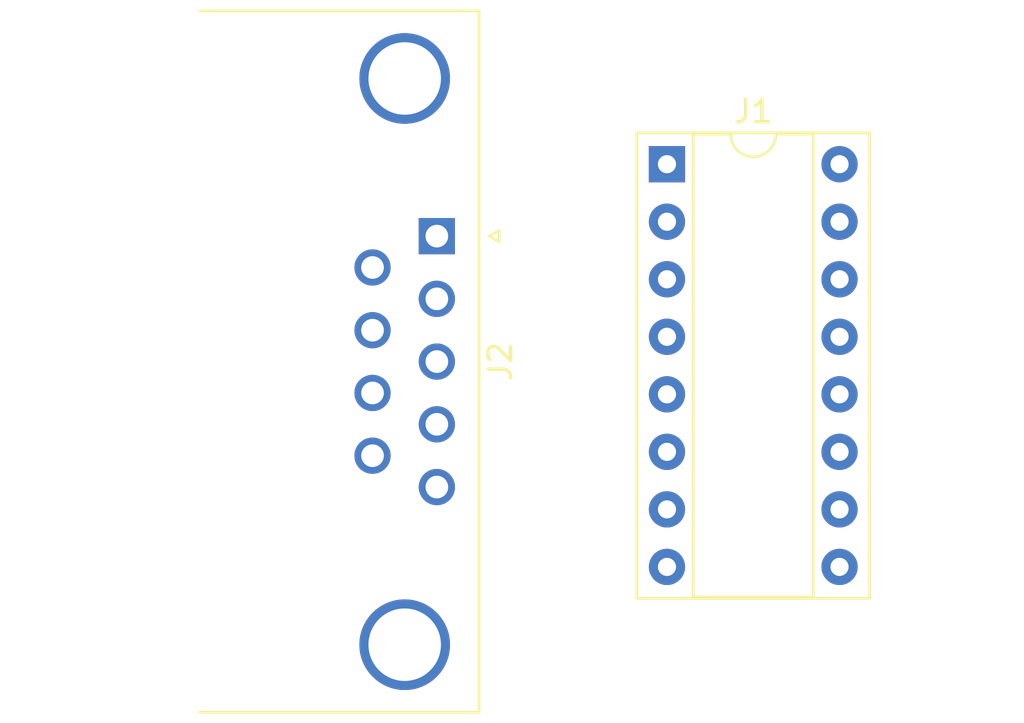
<source format=kicad_pcb>
(kicad_pcb (version 4) (host pcbnew 4.0.7)

  (general
    (links 10)
    (no_connects 10)
    (area 0 0 0 0)
    (thickness 1.6)
    (drawings 0)
    (tracks 0)
    (zones 0)
    (modules 2)
    (nets 11)
  )

  (page USLetter)
  (title_block
    (title "16-pin to 9-pin joystick adapter for Apple II")
    (date 2018-09-05)
    (rev 1.0)
    (company "Patrick Pelletier")
  )

  (layers
    (0 F.Cu signal)
    (31 B.Cu signal)
    (32 B.Adhes user)
    (33 F.Adhes user)
    (34 B.Paste user)
    (35 F.Paste user)
    (36 B.SilkS user)
    (37 F.SilkS user)
    (38 B.Mask user)
    (39 F.Mask user)
    (40 Dwgs.User user)
    (41 Cmts.User user)
    (42 Eco1.User user)
    (43 Eco2.User user)
    (44 Edge.Cuts user)
    (45 Margin user)
    (46 B.CrtYd user)
    (47 F.CrtYd user)
    (48 B.Fab user)
    (49 F.Fab user)
  )

  (setup
    (last_trace_width 0.25)
    (user_trace_width 0.4)
    (trace_clearance 0.2)
    (zone_clearance 0.508)
    (zone_45_only no)
    (trace_min 0.2)
    (segment_width 0.2)
    (edge_width 0.15)
    (via_size 0.6)
    (via_drill 0.4)
    (via_min_size 0.4)
    (via_min_drill 0.3)
    (uvia_size 0.3)
    (uvia_drill 0.1)
    (uvias_allowed no)
    (uvia_min_size 0.2)
    (uvia_min_drill 0.1)
    (pcb_text_width 0.3)
    (pcb_text_size 1.5 1.5)
    (mod_edge_width 0.15)
    (mod_text_size 1 1)
    (mod_text_width 0.15)
    (pad_size 1.524 1.524)
    (pad_drill 0.762)
    (pad_to_mask_clearance 0)
    (aux_axis_origin 0 0)
    (visible_elements FFFFFF7F)
    (pcbplotparams
      (layerselection 0x00030_80000001)
      (usegerberextensions false)
      (excludeedgelayer true)
      (linewidth 0.100000)
      (plotframeref false)
      (viasonmask false)
      (mode 1)
      (useauxorigin false)
      (hpglpennumber 1)
      (hpglpenspeed 20)
      (hpglpendiameter 15)
      (hpglpenoverlay 2)
      (psnegative false)
      (psa4output false)
      (plotreference true)
      (plotvalue true)
      (plotinvisibletext false)
      (padsonsilk false)
      (subtractmaskfromsilk false)
      (outputformat 1)
      (mirror false)
      (drillshape 1)
      (scaleselection 1)
      (outputdirectory ""))
  )

  (net 0 "")
  (net 1 +5V)
  (net 2 /PB0)
  (net 3 /PDL1)
  (net 4 /PB1)
  (net 5 /PDL3)
  (net 6 /PB2)
  (net 7 /PDL0)
  (net 8 /PDL2)
  (net 9 GND)
  (net 10 "Net-(J2-Pad0)")

  (net_class Default "This is the default net class."
    (clearance 0.2)
    (trace_width 0.25)
    (via_dia 0.6)
    (via_drill 0.4)
    (uvia_dia 0.3)
    (uvia_drill 0.1)
    (add_net +5V)
    (add_net /PB0)
    (add_net /PB1)
    (add_net /PB2)
    (add_net /PDL0)
    (add_net /PDL1)
    (add_net /PDL2)
    (add_net /PDL3)
    (add_net GND)
    (add_net "Net-(J2-Pad0)")
  )

  (module Housings_DIP:DIP-16_W7.62mm_Socket (layer F.Cu) (tedit 59C78D6B) (tstamp 5B90602D)
    (at 149.86 104.775)
    (descr "16-lead though-hole mounted DIP package, row spacing 7.62 mm (300 mils), Socket")
    (tags "THT DIP DIL PDIP 2.54mm 7.62mm 300mil Socket")
    (path /5B90257F)
    (fp_text reference J1 (at 3.81 -2.33) (layer F.SilkS)
      (effects (font (size 1 1) (thickness 0.15)))
    )
    (fp_text value Conn_02x08_Counter_Clockwise (at 3.81 20.11) (layer F.Fab)
      (effects (font (size 1 1) (thickness 0.15)))
    )
    (fp_arc (start 3.81 -1.33) (end 2.81 -1.33) (angle -180) (layer F.SilkS) (width 0.12))
    (fp_line (start 1.635 -1.27) (end 6.985 -1.27) (layer F.Fab) (width 0.1))
    (fp_line (start 6.985 -1.27) (end 6.985 19.05) (layer F.Fab) (width 0.1))
    (fp_line (start 6.985 19.05) (end 0.635 19.05) (layer F.Fab) (width 0.1))
    (fp_line (start 0.635 19.05) (end 0.635 -0.27) (layer F.Fab) (width 0.1))
    (fp_line (start 0.635 -0.27) (end 1.635 -1.27) (layer F.Fab) (width 0.1))
    (fp_line (start -1.27 -1.33) (end -1.27 19.11) (layer F.Fab) (width 0.1))
    (fp_line (start -1.27 19.11) (end 8.89 19.11) (layer F.Fab) (width 0.1))
    (fp_line (start 8.89 19.11) (end 8.89 -1.33) (layer F.Fab) (width 0.1))
    (fp_line (start 8.89 -1.33) (end -1.27 -1.33) (layer F.Fab) (width 0.1))
    (fp_line (start 2.81 -1.33) (end 1.16 -1.33) (layer F.SilkS) (width 0.12))
    (fp_line (start 1.16 -1.33) (end 1.16 19.11) (layer F.SilkS) (width 0.12))
    (fp_line (start 1.16 19.11) (end 6.46 19.11) (layer F.SilkS) (width 0.12))
    (fp_line (start 6.46 19.11) (end 6.46 -1.33) (layer F.SilkS) (width 0.12))
    (fp_line (start 6.46 -1.33) (end 4.81 -1.33) (layer F.SilkS) (width 0.12))
    (fp_line (start -1.33 -1.39) (end -1.33 19.17) (layer F.SilkS) (width 0.12))
    (fp_line (start -1.33 19.17) (end 8.95 19.17) (layer F.SilkS) (width 0.12))
    (fp_line (start 8.95 19.17) (end 8.95 -1.39) (layer F.SilkS) (width 0.12))
    (fp_line (start 8.95 -1.39) (end -1.33 -1.39) (layer F.SilkS) (width 0.12))
    (fp_line (start -1.55 -1.6) (end -1.55 19.4) (layer F.CrtYd) (width 0.05))
    (fp_line (start -1.55 19.4) (end 9.15 19.4) (layer F.CrtYd) (width 0.05))
    (fp_line (start 9.15 19.4) (end 9.15 -1.6) (layer F.CrtYd) (width 0.05))
    (fp_line (start 9.15 -1.6) (end -1.55 -1.6) (layer F.CrtYd) (width 0.05))
    (fp_text user %R (at 3.81 8.89) (layer F.Fab)
      (effects (font (size 1 1) (thickness 0.15)))
    )
    (pad 1 thru_hole rect (at 0 0) (size 1.6 1.6) (drill 0.8) (layers *.Cu *.Mask)
      (net 1 +5V))
    (pad 9 thru_hole oval (at 7.62 17.78) (size 1.6 1.6) (drill 0.8) (layers *.Cu *.Mask))
    (pad 2 thru_hole oval (at 0 2.54) (size 1.6 1.6) (drill 0.8) (layers *.Cu *.Mask)
      (net 2 /PB0))
    (pad 10 thru_hole oval (at 7.62 15.24) (size 1.6 1.6) (drill 0.8) (layers *.Cu *.Mask)
      (net 3 /PDL1))
    (pad 3 thru_hole oval (at 0 5.08) (size 1.6 1.6) (drill 0.8) (layers *.Cu *.Mask)
      (net 4 /PB1))
    (pad 11 thru_hole oval (at 7.62 12.7) (size 1.6 1.6) (drill 0.8) (layers *.Cu *.Mask)
      (net 5 /PDL3))
    (pad 4 thru_hole oval (at 0 7.62) (size 1.6 1.6) (drill 0.8) (layers *.Cu *.Mask)
      (net 6 /PB2))
    (pad 12 thru_hole oval (at 7.62 10.16) (size 1.6 1.6) (drill 0.8) (layers *.Cu *.Mask))
    (pad 5 thru_hole oval (at 0 10.16) (size 1.6 1.6) (drill 0.8) (layers *.Cu *.Mask))
    (pad 13 thru_hole oval (at 7.62 7.62) (size 1.6 1.6) (drill 0.8) (layers *.Cu *.Mask))
    (pad 6 thru_hole oval (at 0 12.7) (size 1.6 1.6) (drill 0.8) (layers *.Cu *.Mask)
      (net 7 /PDL0))
    (pad 14 thru_hole oval (at 7.62 5.08) (size 1.6 1.6) (drill 0.8) (layers *.Cu *.Mask))
    (pad 7 thru_hole oval (at 0 15.24) (size 1.6 1.6) (drill 0.8) (layers *.Cu *.Mask)
      (net 8 /PDL2))
    (pad 15 thru_hole oval (at 7.62 2.54) (size 1.6 1.6) (drill 0.8) (layers *.Cu *.Mask))
    (pad 8 thru_hole oval (at 0 17.78) (size 1.6 1.6) (drill 0.8) (layers *.Cu *.Mask)
      (net 9 GND))
    (pad 16 thru_hole oval (at 7.62 0) (size 1.6 1.6) (drill 0.8) (layers *.Cu *.Mask))
    (model ${KISYS3DMOD}/Housings_DIP.3dshapes/DIP-16_W7.62mm_Socket.wrl
      (at (xyz 0 0 0))
      (scale (xyz 1 1 1))
      (rotate (xyz 0 0 0))
    )
  )

  (module footprints:DSUB-9_Male_Horizontal_P2.77x2.84mm_EdgePinOffset7.70mm_Housed_MountingHolesOffset9.12mm (layer F.Cu) (tedit 59FEDEE2) (tstamp 5B90603C)
    (at 139.7 107.95 270)
    (descr "9-pin D-Sub connector, horizontal/angled (90 deg), THT-mount, male, pitch 2.77x2.84mm, pin-PCB-offset 7.699999999999999mm, distance of mounting holes 25mm, distance of mounting holes to PCB edge 9.12mm, see https://disti-assets.s3.amazonaws.com/tonar/files/datasheets/16730.pdf")
    (tags "9-pin D-Sub connector horizontal angled 90deg THT male pitch 2.77x2.84mm pin-PCB-offset 7.699999999999999mm mounting-holes-distance 25mm mounting-hole-offset 25mm")
    (path /5B902516)
    (fp_text reference J2 (at 5.54 -2.8 270) (layer F.SilkS)
      (effects (font (size 1 1) (thickness 0.15)))
    )
    (fp_text value DE9_Male_MountingHoles (at 5.54 18.44 270) (layer F.Fab)
      (effects (font (size 1 1) (thickness 0.15)))
    )
    (fp_arc (start -6.96 1.42) (end -8.56 1.42) (angle 180) (layer F.Fab) (width 0.1))
    (fp_arc (start 18.04 1.42) (end 16.44 1.42) (angle 180) (layer F.Fab) (width 0.1))
    (fp_line (start -9.885 -1.8) (end -9.885 10.54) (layer F.Fab) (width 0.1))
    (fp_line (start -9.885 10.54) (end 20.965 10.54) (layer F.Fab) (width 0.1))
    (fp_line (start 20.965 10.54) (end 20.965 -1.8) (layer F.Fab) (width 0.1))
    (fp_line (start 20.965 -1.8) (end -9.885 -1.8) (layer F.Fab) (width 0.1))
    (fp_line (start -9.885 10.54) (end -9.885 10.94) (layer F.Fab) (width 0.1))
    (fp_line (start -9.885 10.94) (end 20.965 10.94) (layer F.Fab) (width 0.1))
    (fp_line (start 20.965 10.94) (end 20.965 10.54) (layer F.Fab) (width 0.1))
    (fp_line (start 20.965 10.54) (end -9.885 10.54) (layer F.Fab) (width 0.1))
    (fp_line (start -2.61 10.94) (end -2.61 16.94) (layer F.Fab) (width 0.1))
    (fp_line (start -2.61 16.94) (end 13.69 16.94) (layer F.Fab) (width 0.1))
    (fp_line (start 13.69 16.94) (end 13.69 10.94) (layer F.Fab) (width 0.1))
    (fp_line (start 13.69 10.94) (end -2.61 10.94) (layer F.Fab) (width 0.1))
    (fp_line (start -9.46 10.94) (end -9.46 15.94) (layer F.Fab) (width 0.1))
    (fp_line (start -9.46 15.94) (end -4.46 15.94) (layer F.Fab) (width 0.1))
    (fp_line (start -4.46 15.94) (end -4.46 10.94) (layer F.Fab) (width 0.1))
    (fp_line (start -4.46 10.94) (end -9.46 10.94) (layer F.Fab) (width 0.1))
    (fp_line (start 15.54 10.94) (end 15.54 15.94) (layer F.Fab) (width 0.1))
    (fp_line (start 15.54 15.94) (end 20.54 15.94) (layer F.Fab) (width 0.1))
    (fp_line (start 20.54 15.94) (end 20.54 10.94) (layer F.Fab) (width 0.1))
    (fp_line (start 20.54 10.94) (end 15.54 10.94) (layer F.Fab) (width 0.1))
    (fp_line (start -8.56 10.54) (end -8.56 1.42) (layer F.Fab) (width 0.1))
    (fp_line (start -5.36 10.54) (end -5.36 1.42) (layer F.Fab) (width 0.1))
    (fp_line (start 16.44 10.54) (end 16.44 1.42) (layer F.Fab) (width 0.1))
    (fp_line (start 19.64 10.54) (end 19.64 1.42) (layer F.Fab) (width 0.1))
    (fp_line (start -9.945 10.48) (end -9.945 -1.86) (layer F.SilkS) (width 0.12))
    (fp_line (start -9.945 -1.86) (end 21.025 -1.86) (layer F.SilkS) (width 0.12))
    (fp_line (start 21.025 -1.86) (end 21.025 10.48) (layer F.SilkS) (width 0.12))
    (fp_line (start -0.25 -2.754338) (end 0.25 -2.754338) (layer F.SilkS) (width 0.12))
    (fp_line (start 0.25 -2.754338) (end 0 -2.321325) (layer F.SilkS) (width 0.12))
    (fp_line (start 0 -2.321325) (end -0.25 -2.754338) (layer F.SilkS) (width 0.12))
    (fp_line (start -10.4 -2.35) (end -10.4 17.45) (layer F.CrtYd) (width 0.05))
    (fp_line (start -10.4 17.45) (end 21.5 17.45) (layer F.CrtYd) (width 0.05))
    (fp_line (start 21.5 17.45) (end 21.5 -2.35) (layer F.CrtYd) (width 0.05))
    (fp_line (start 21.5 -2.35) (end -10.4 -2.35) (layer F.CrtYd) (width 0.05))
    (fp_text user %R (at 5.54 13.94 270) (layer F.Fab)
      (effects (font (size 1 1) (thickness 0.15)))
    )
    (pad 1 thru_hole rect (at 0 0 270) (size 1.6 1.6) (drill 1) (layers *.Cu *.Mask)
      (net 4 /PB1))
    (pad 2 thru_hole circle (at 2.77 0 270) (size 1.6 1.6) (drill 1) (layers *.Cu *.Mask)
      (net 1 +5V))
    (pad 3 thru_hole circle (at 5.54 0 270) (size 1.6 1.6) (drill 1) (layers *.Cu *.Mask)
      (net 9 GND))
    (pad 4 thru_hole circle (at 8.31 0 270) (size 1.6 1.6) (drill 1) (layers *.Cu *.Mask)
      (net 8 /PDL2))
    (pad 5 thru_hole circle (at 11.08 0 270) (size 1.6 1.6) (drill 1) (layers *.Cu *.Mask)
      (net 7 /PDL0))
    (pad 6 thru_hole circle (at 1.385 2.84 270) (size 1.6 1.6) (drill 1) (layers *.Cu *.Mask)
      (net 6 /PB2))
    (pad 7 thru_hole circle (at 4.155 2.84 270) (size 1.6 1.6) (drill 1) (layers *.Cu *.Mask)
      (net 2 /PB0))
    (pad 8 thru_hole circle (at 6.925 2.84 270) (size 1.6 1.6) (drill 1) (layers *.Cu *.Mask)
      (net 3 /PDL1))
    (pad 9 thru_hole circle (at 9.695 2.84 270) (size 1.6 1.6) (drill 1) (layers *.Cu *.Mask)
      (net 5 /PDL3))
    (pad 0 thru_hole circle (at -6.96 1.42 270) (size 4 4) (drill 3.2) (layers *.Cu *.Mask)
      (net 10 "Net-(J2-Pad0)"))
    (pad 0 thru_hole circle (at 18.04 1.42 270) (size 4 4) (drill 3.2) (layers *.Cu *.Mask)
      (net 10 "Net-(J2-Pad0)"))
    (model ${KISYS3DMOD}/Connector_Dsub.3dshapes/DSUB-9_Male_Horizontal_P2.77x2.84mm_EdgePinOffset7.70mm_Housed_MountingHolesOffset9.12mm.wrl
      (at (xyz 0 0 0))
      (scale (xyz 1 1 1))
      (rotate (xyz 0 0 0))
    )
  )

)

</source>
